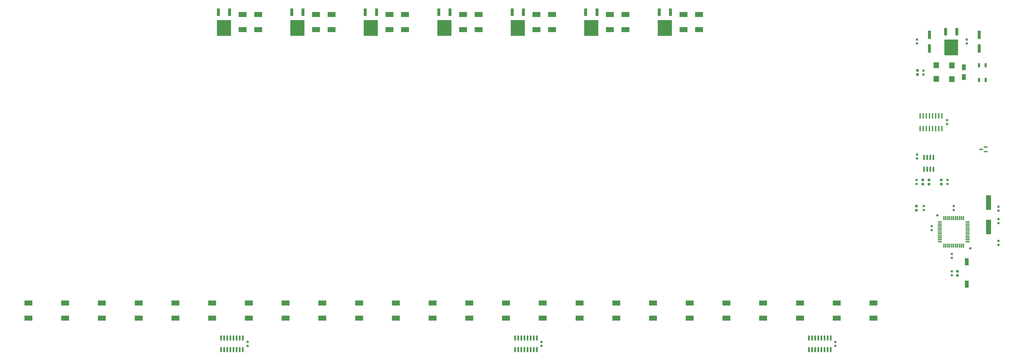
<source format=gtp>
%FSLAX25Y25*%
%MOIN*%
G70*
G01*
G75*
G04 Layer_Color=8421504*
%ADD10O,0.02165X0.06890*%
%ADD11O,0.06890X0.02165*%
%ADD12R,0.12992X0.07874*%
%ADD13O,0.02362X0.08661*%
%ADD14R,0.03543X0.03543*%
%ADD15C,0.03937*%
%ADD16R,0.03347X0.03347*%
%ADD17R,0.03937X0.03937*%
%ADD18R,0.06299X0.11811*%
%ADD19R,0.07874X0.23622*%
%ADD20R,0.06299X0.02362*%
%ADD21R,0.04921X0.12008*%
%ADD22R,0.04724X0.13780*%
%ADD23R,0.08661X0.09252*%
%ADD24R,0.06102X0.09252*%
%ADD25R,0.03347X0.06693*%
%ADD26R,0.21850X0.25590*%
%ADD27R,0.22638X0.25590*%
%ADD28R,0.02362X0.08661*%
%ADD29C,0.05000*%
%ADD30C,0.02000*%
%ADD31C,0.01500*%
%ADD32C,0.02500*%
%ADD33C,0.03000*%
%ADD34C,0.01000*%
%ADD35C,0.04724*%
%ADD36C,0.04724*%
%ADD37R,0.05906X0.05906*%
%ADD38C,0.05906*%
%ADD39C,0.05906*%
%ADD40C,0.06299*%
%ADD41C,0.11614*%
%ADD42R,0.05906X0.05906*%
%ADD43C,0.05000*%
%ADD44C,0.02362*%
%ADD45C,0.00984*%
%ADD46C,0.00787*%
D10*
X1640929Y288666D02*
D03*
X1637779D02*
D03*
X1634630D02*
D03*
X1631480D02*
D03*
X1628331D02*
D03*
X1615732D02*
D03*
X1612583D02*
D03*
X1609433D02*
D03*
X1612583Y333154D02*
D03*
X1615732D02*
D03*
X1618882D02*
D03*
X1628331D02*
D03*
X1631480D02*
D03*
X1640929D02*
D03*
X1637779D02*
D03*
X1634630D02*
D03*
X1625181D02*
D03*
X1622032D02*
D03*
X1609433D02*
D03*
X1618882Y288666D02*
D03*
X1622032D02*
D03*
X1625181D02*
D03*
D11*
X1602937Y307760D02*
D03*
Y317209D02*
D03*
Y320358D02*
D03*
Y323508D02*
D03*
Y326658D02*
D03*
X1647425Y295162D02*
D03*
Y298311D02*
D03*
Y301461D02*
D03*
Y304610D02*
D03*
Y307760D02*
D03*
Y310910D02*
D03*
Y314059D02*
D03*
Y317209D02*
D03*
Y320358D02*
D03*
Y323508D02*
D03*
Y326658D02*
D03*
X1602937Y314059D02*
D03*
Y310910D02*
D03*
Y304610D02*
D03*
Y301461D02*
D03*
Y298311D02*
D03*
Y295162D02*
D03*
D12*
X137795Y196551D02*
D03*
X196850D02*
D03*
X255906D02*
D03*
X314961D02*
D03*
X374016D02*
D03*
X433071D02*
D03*
X492126D02*
D03*
X551181D02*
D03*
X610236D02*
D03*
X669291D02*
D03*
X728346D02*
D03*
X787402D02*
D03*
X846457D02*
D03*
X905512D02*
D03*
X964567D02*
D03*
X1023622D02*
D03*
X1082677D02*
D03*
X1141732D02*
D03*
X1200787D02*
D03*
X1259842D02*
D03*
X1318898D02*
D03*
X1377953D02*
D03*
X1437008D02*
D03*
X1496063D02*
D03*
Y172142D02*
D03*
X1023622D02*
D03*
X1437008D02*
D03*
X964567D02*
D03*
X1377953D02*
D03*
X905512D02*
D03*
X1318898D02*
D03*
X846457D02*
D03*
X1259842D02*
D03*
X787402D02*
D03*
X1200787D02*
D03*
X728346D02*
D03*
X1141732D02*
D03*
X669291D02*
D03*
X1082677D02*
D03*
X610236D02*
D03*
X551181D02*
D03*
X492126D02*
D03*
X433071D02*
D03*
X374016D02*
D03*
X314961D02*
D03*
X255906D02*
D03*
X196850D02*
D03*
X137795D02*
D03*
X507028Y660705D02*
D03*
X625139Y660705D02*
D03*
X743249D02*
D03*
X861359D02*
D03*
Y636295D02*
D03*
X979469Y660705D02*
D03*
X1097579D02*
D03*
X1215690D02*
D03*
X482028Y660705D02*
D03*
X600139D02*
D03*
X718249D02*
D03*
X836359Y636295D02*
D03*
Y660705D02*
D03*
X954469D02*
D03*
X1072579D02*
D03*
X1190690D02*
D03*
X507028Y636295D02*
D03*
X625139Y636295D02*
D03*
X743249D02*
D03*
X979469D02*
D03*
X1097579D02*
D03*
X1215690D02*
D03*
X482028Y636295D02*
D03*
X600139D02*
D03*
X718249D02*
D03*
X954469D02*
D03*
X1072579D02*
D03*
X1190690D02*
D03*
D13*
X1427413Y140189D02*
D03*
X1422413D02*
D03*
X1417413D02*
D03*
X1412413D02*
D03*
X1407413D02*
D03*
X1402413D02*
D03*
X1397413D02*
D03*
X1392413D02*
D03*
Y121291D02*
D03*
X1397413D02*
D03*
X1402413D02*
D03*
X1407413D02*
D03*
X1412413D02*
D03*
X1417413D02*
D03*
X1422413D02*
D03*
X1427413D02*
D03*
X1577571Y430654D02*
D03*
X1592571Y411756D02*
D03*
X1587571D02*
D03*
X1582571D02*
D03*
X1577571D02*
D03*
X1592571Y430654D02*
D03*
X1587571D02*
D03*
X1582571D02*
D03*
X472532Y140189D02*
D03*
X467531D02*
D03*
X462532D02*
D03*
X457531D02*
D03*
Y121291D02*
D03*
X462532D02*
D03*
X467531D02*
D03*
X472532D02*
D03*
X944973Y140189D02*
D03*
X939972D02*
D03*
X934972D02*
D03*
X929972D02*
D03*
X944973Y121291D02*
D03*
X939972D02*
D03*
X934972D02*
D03*
X929972D02*
D03*
X954972Y140189D02*
D03*
X924973D02*
D03*
X919973D02*
D03*
X924973Y121291D02*
D03*
X949973D02*
D03*
X954972D02*
D03*
X482531Y140189D02*
D03*
X452531D02*
D03*
X447532D02*
D03*
X452531Y121291D02*
D03*
X477531D02*
D03*
X482531D02*
D03*
X949973Y140189D02*
D03*
X919973Y121291D02*
D03*
X477531Y140189D02*
D03*
X447532Y121291D02*
D03*
D14*
X1434913Y133890D02*
D03*
Y127591D02*
D03*
X1622071Y241055D02*
D03*
Y247354D02*
D03*
X1697071Y351354D02*
D03*
Y345055D02*
D03*
X1622071Y275354D02*
D03*
Y269055D02*
D03*
X1697071Y290055D02*
D03*
Y296354D02*
D03*
X1625181Y346205D02*
D03*
Y352504D02*
D03*
X1697071Y325055D02*
D03*
Y331354D02*
D03*
X1566071Y620354D02*
D03*
X1646071D02*
D03*
Y614055D02*
D03*
X1566071D02*
D03*
X490031Y133890D02*
D03*
Y127591D02*
D03*
X962473D02*
D03*
Y133890D02*
D03*
X1589764Y313917D02*
D03*
X1614500Y484350D02*
D03*
Y490650D02*
D03*
X1589764Y320216D02*
D03*
X1566000Y429055D02*
D03*
Y435355D02*
D03*
D15*
X1598669Y337504D02*
D03*
X1651772Y284303D02*
D03*
D16*
X1577071Y346055D02*
D03*
Y352354D02*
D03*
X1565571Y394354D02*
D03*
X1615071Y394354D02*
D03*
X1565571Y388055D02*
D03*
X1615071Y388055D02*
D03*
X1576571Y570354D02*
D03*
Y564055D02*
D03*
D17*
X1631071Y240858D02*
D03*
Y247551D02*
D03*
X1565071Y345858D02*
D03*
Y352551D02*
D03*
X1575571Y394551D02*
D03*
X1605071Y394551D02*
D03*
X1575571Y387858D02*
D03*
X1605071Y387858D02*
D03*
X1585571Y394551D02*
D03*
Y387858D02*
D03*
X1566768Y564055D02*
D03*
Y570748D02*
D03*
D18*
X1646071Y226705D02*
D03*
Y262846D02*
D03*
D19*
X1681071Y318705D02*
D03*
Y358075D02*
D03*
D20*
X1676331Y439965D02*
D03*
Y447445D02*
D03*
X1669244Y443705D02*
D03*
D21*
X1612055Y633149D02*
D03*
X1630087D02*
D03*
X579194Y664445D02*
D03*
X561084D02*
D03*
X697304Y664445D02*
D03*
X679194D02*
D03*
X815414D02*
D03*
X797304D02*
D03*
X933524D02*
D03*
X915414D02*
D03*
X1051635D02*
D03*
X1033524D02*
D03*
X1169745D02*
D03*
X1151635D02*
D03*
X442973Y664445D02*
D03*
X461084D02*
D03*
D22*
X1586071Y628205D02*
D03*
X1666071Y628205D02*
D03*
Y606205D02*
D03*
X1586071Y606205D02*
D03*
D23*
X1597071Y579205D02*
D03*
X1622071Y578728D02*
D03*
Y556681D02*
D03*
X1597071Y557158D02*
D03*
D24*
X1641571Y560205D02*
D03*
Y575756D02*
D03*
D25*
X1665815Y555394D02*
D03*
X1676327D02*
D03*
Y579016D02*
D03*
X1665815D02*
D03*
D26*
X1621071Y607756D02*
D03*
D27*
X806359Y639051D02*
D03*
X1160690D02*
D03*
X1042579D02*
D03*
X924469D02*
D03*
X688249D02*
D03*
X570139Y639051D02*
D03*
X452028D02*
D03*
D28*
X1571000Y477264D02*
D03*
X1576000D02*
D03*
X1581000D02*
D03*
X1586000D02*
D03*
X1591000D02*
D03*
X1596000D02*
D03*
X1601000D02*
D03*
X1606000D02*
D03*
X1571000Y497736D02*
D03*
X1576000D02*
D03*
X1581000D02*
D03*
X1586000D02*
D03*
X1591000D02*
D03*
X1596000D02*
D03*
X1601000D02*
D03*
X1606000D02*
D03*
M02*

</source>
